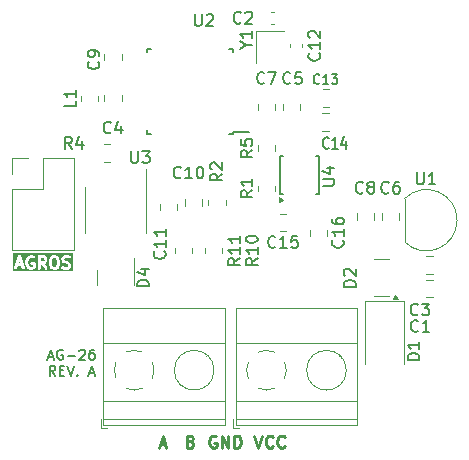
<source format=gbr>
%TF.GenerationSoftware,KiCad,Pcbnew,8.0.1*%
%TF.CreationDate,2024-05-02T10:16:12-03:00*%
%TF.ProjectId,Sdqf,53647166-2e6b-4696-9361-645f70636258,rev?*%
%TF.SameCoordinates,Original*%
%TF.FileFunction,Legend,Top*%
%TF.FilePolarity,Positive*%
%FSLAX46Y46*%
G04 Gerber Fmt 4.6, Leading zero omitted, Abs format (unit mm)*
G04 Created by KiCad (PCBNEW 8.0.1) date 2024-05-02 10:16:12*
%MOMM*%
%LPD*%
G01*
G04 APERTURE LIST*
%ADD10C,0.250000*%
%ADD11C,0.150000*%
%ADD12C,0.120000*%
G04 APERTURE END LIST*
D10*
G36*
X129859167Y-89311934D02*
G01*
X129918051Y-89369066D01*
X129953810Y-89505760D01*
X129955839Y-89807890D01*
X129920429Y-89956377D01*
X129865914Y-90012565D01*
X129813624Y-90039921D01*
X129682151Y-90041391D01*
X129631683Y-90017304D01*
X129572797Y-89960169D01*
X129537039Y-89823476D01*
X129535010Y-89521346D01*
X129570420Y-89372857D01*
X129624933Y-89316673D01*
X129677225Y-89289316D01*
X129808699Y-89287846D01*
X129859167Y-89311934D01*
G37*
G36*
X128859693Y-89312184D02*
G01*
X128879858Y-89331321D01*
X128906529Y-89382302D01*
X128907736Y-89466352D01*
X128883573Y-89516981D01*
X128864436Y-89537147D01*
X128813899Y-89563586D01*
X128699666Y-89564263D01*
X128695096Y-89563457D01*
X128691230Y-89564313D01*
X128583304Y-89564953D01*
X128582657Y-89288890D01*
X128808086Y-89287554D01*
X128859693Y-89312184D01*
G37*
G36*
X126859349Y-89754728D02*
G01*
X126726780Y-89755364D01*
X126792678Y-89556191D01*
X126859349Y-89754728D01*
G37*
G36*
X131281139Y-90414619D02*
G01*
X126210693Y-90414619D01*
X126210693Y-90148985D01*
X126335693Y-90148985D01*
X126339150Y-90197634D01*
X126360962Y-90241259D01*
X126397808Y-90273214D01*
X126444077Y-90288637D01*
X126492726Y-90285180D01*
X126536351Y-90263368D01*
X126568306Y-90226522D01*
X126578296Y-90204147D01*
X126644691Y-90003473D01*
X126942400Y-90002044D01*
X127017782Y-90226522D01*
X127049737Y-90263368D01*
X127093361Y-90285180D01*
X127142011Y-90288637D01*
X127188280Y-90273214D01*
X127225126Y-90241258D01*
X127246938Y-90197634D01*
X127250395Y-90148984D01*
X127244962Y-90125090D01*
X127066344Y-89593190D01*
X127287092Y-89593190D01*
X127289055Y-89729919D01*
X127287240Y-89742123D01*
X127289445Y-89757038D01*
X127289494Y-89760433D01*
X127290198Y-89762134D01*
X127290824Y-89766364D01*
X127338326Y-89947950D01*
X127339150Y-89959539D01*
X127346127Y-89977772D01*
X127346688Y-89979915D01*
X127347224Y-89980639D01*
X127347908Y-89982425D01*
X127397990Y-90078156D01*
X127403396Y-90091207D01*
X127407318Y-90095986D01*
X127408581Y-90098400D01*
X127411072Y-90100560D01*
X127418941Y-90110149D01*
X127502714Y-90191430D01*
X127503819Y-90193640D01*
X127514862Y-90203217D01*
X127533121Y-90220933D01*
X127537272Y-90222652D01*
X127540665Y-90225595D01*
X127563040Y-90235585D01*
X127706836Y-90281334D01*
X127721039Y-90287217D01*
X127727249Y-90287828D01*
X127729790Y-90288637D01*
X127733081Y-90288403D01*
X127745425Y-90289619D01*
X127842644Y-90287666D01*
X127856297Y-90288637D01*
X127862299Y-90287272D01*
X127865049Y-90287217D01*
X127868100Y-90285953D01*
X127880191Y-90283204D01*
X128005260Y-90239598D01*
X128007908Y-90239598D01*
X128021985Y-90233766D01*
X128045423Y-90225595D01*
X128048815Y-90222652D01*
X128052967Y-90220933D01*
X128071909Y-90205387D01*
X128135054Y-90138844D01*
X128135073Y-90138826D01*
X128153737Y-90093766D01*
X128156139Y-90069380D01*
X128153737Y-89711661D01*
X128135073Y-89666601D01*
X128100585Y-89632113D01*
X128055525Y-89613449D01*
X128031139Y-89611047D01*
X127816277Y-89613449D01*
X127771217Y-89632113D01*
X127736729Y-89666601D01*
X127718065Y-89711661D01*
X127718065Y-89760433D01*
X127736729Y-89805493D01*
X127771217Y-89839981D01*
X127816277Y-89858645D01*
X127840663Y-89861047D01*
X127906973Y-89860305D01*
X127907985Y-90010968D01*
X127824904Y-90039935D01*
X127769296Y-90041052D01*
X127671814Y-90010038D01*
X127611765Y-89951775D01*
X127579264Y-89889650D01*
X127536976Y-89727997D01*
X127535355Y-89615139D01*
X127573846Y-89453727D01*
X127607026Y-89384209D01*
X127667375Y-89322009D01*
X127760913Y-89289396D01*
X127856682Y-89288021D01*
X127950504Y-89332799D01*
X127999153Y-89336256D01*
X128045424Y-89320833D01*
X128082269Y-89288877D01*
X128104080Y-89245254D01*
X128107538Y-89196604D01*
X128096877Y-89164619D01*
X128334711Y-89164619D01*
X128337113Y-90189005D01*
X128355777Y-90234065D01*
X128390265Y-90268553D01*
X128435325Y-90287217D01*
X128484097Y-90287217D01*
X128529157Y-90268553D01*
X128563645Y-90234065D01*
X128582309Y-90189005D01*
X128584711Y-90164619D01*
X128583885Y-89812692D01*
X128632317Y-89812405D01*
X128944687Y-90254902D01*
X128985818Y-90281114D01*
X129033849Y-90289590D01*
X129081467Y-90279040D01*
X129121422Y-90251071D01*
X129147634Y-90209941D01*
X129156110Y-90161909D01*
X129145560Y-90114292D01*
X129133543Y-90092936D01*
X128918729Y-89788635D01*
X128992301Y-89750145D01*
X129005347Y-89744742D01*
X129010123Y-89740822D01*
X129012540Y-89739558D01*
X129014703Y-89737063D01*
X129024289Y-89729197D01*
X129072994Y-89677872D01*
X129082269Y-89669829D01*
X129085502Y-89664692D01*
X129087453Y-89662637D01*
X129088716Y-89659586D01*
X129095323Y-89649092D01*
X129133619Y-89568851D01*
X129135073Y-89567398D01*
X129140064Y-89555348D01*
X129151700Y-89530968D01*
X129152018Y-89526487D01*
X129153737Y-89522338D01*
X129156139Y-89497952D01*
X129287092Y-89497952D01*
X129289279Y-89823657D01*
X129287240Y-89837361D01*
X129289472Y-89852460D01*
X129289494Y-89855671D01*
X129290198Y-89857372D01*
X129290824Y-89861602D01*
X129337113Y-90038550D01*
X129337113Y-90046147D01*
X129342506Y-90059168D01*
X129346688Y-90075153D01*
X129352220Y-90082619D01*
X129355777Y-90091207D01*
X129371322Y-90110149D01*
X129468491Y-90204428D01*
X129478310Y-90215749D01*
X129483575Y-90219063D01*
X129485502Y-90220933D01*
X129488552Y-90222196D01*
X129499047Y-90228803D01*
X129579287Y-90267099D01*
X129580741Y-90268553D01*
X129592790Y-90273544D01*
X129617171Y-90285180D01*
X129621651Y-90285498D01*
X129625801Y-90287217D01*
X129650187Y-90289619D01*
X129822203Y-90287695D01*
X129825029Y-90288638D01*
X129841282Y-90287482D01*
X129865049Y-90287217D01*
X129869197Y-90285498D01*
X129873679Y-90285180D01*
X129896565Y-90276422D01*
X129992298Y-90226338D01*
X130005348Y-90220933D01*
X130010125Y-90217011D01*
X130012540Y-90215749D01*
X130014701Y-90213257D01*
X130024290Y-90205388D01*
X130109145Y-90117930D01*
X130115127Y-90114341D01*
X130123202Y-90103441D01*
X130135073Y-90091207D01*
X130138630Y-90082618D01*
X130144162Y-90075153D01*
X130152407Y-90052078D01*
X130196377Y-89867689D01*
X130201356Y-89855671D01*
X130202842Y-89840581D01*
X130203610Y-89837362D01*
X130203338Y-89835539D01*
X130203758Y-89831285D01*
X130201570Y-89505579D01*
X130203610Y-89491875D01*
X130201377Y-89476776D01*
X130201356Y-89473566D01*
X130200651Y-89471864D01*
X130200026Y-89467635D01*
X130170586Y-89355095D01*
X130334711Y-89355095D01*
X130336274Y-89432952D01*
X130335692Y-89434699D01*
X130336552Y-89446805D01*
X130337113Y-89474719D01*
X130338831Y-89478867D01*
X130339150Y-89483349D01*
X130347908Y-89506235D01*
X130397993Y-89601971D01*
X130403397Y-89615017D01*
X130407316Y-89619793D01*
X130408581Y-89622210D01*
X130411075Y-89624373D01*
X130418942Y-89633959D01*
X130470266Y-89682664D01*
X130478310Y-89691939D01*
X130483446Y-89695172D01*
X130485502Y-89697123D01*
X130488552Y-89698386D01*
X130499047Y-89704993D01*
X130588500Y-89747686D01*
X130596795Y-89753832D01*
X130615025Y-89760345D01*
X130617171Y-89761370D01*
X130618070Y-89761433D01*
X130619870Y-89762077D01*
X130789649Y-89802563D01*
X130859693Y-89835993D01*
X130879858Y-89855130D01*
X130906691Y-89906420D01*
X130907429Y-89943185D01*
X130883572Y-89993173D01*
X130864436Y-90013338D01*
X130813731Y-90039865D01*
X130628050Y-90041564D01*
X130475345Y-89992982D01*
X130426696Y-89996439D01*
X130383071Y-90018251D01*
X130351116Y-90055097D01*
X130335693Y-90101366D01*
X130339150Y-90150015D01*
X130360962Y-90193640D01*
X130397808Y-90225595D01*
X130420183Y-90235585D01*
X130563979Y-90281334D01*
X130578182Y-90287217D01*
X130584392Y-90287828D01*
X130586933Y-90288637D01*
X130590224Y-90288403D01*
X130602568Y-90289619D01*
X130821949Y-90287611D01*
X130825029Y-90288638D01*
X130842061Y-90287427D01*
X130865049Y-90287217D01*
X130869197Y-90285498D01*
X130873679Y-90285180D01*
X130896565Y-90276422D01*
X130992297Y-90226338D01*
X131005348Y-90220933D01*
X131010125Y-90217012D01*
X131012540Y-90215749D01*
X131014702Y-90213255D01*
X131024290Y-90205387D01*
X131072991Y-90154065D01*
X131082269Y-90146019D01*
X131085504Y-90140879D01*
X131087454Y-90138825D01*
X131088716Y-90135776D01*
X131095323Y-90125282D01*
X131133619Y-90045041D01*
X131135073Y-90043588D01*
X131140064Y-90031538D01*
X131151700Y-90007158D01*
X131152018Y-90002677D01*
X131153737Y-89998528D01*
X131156139Y-89974142D01*
X131154575Y-89896281D01*
X131155157Y-89894537D01*
X131154297Y-89882445D01*
X131153737Y-89854518D01*
X131152018Y-89850368D01*
X131151700Y-89845888D01*
X131142942Y-89823002D01*
X131092858Y-89727268D01*
X131087453Y-89714219D01*
X131083531Y-89709441D01*
X131082269Y-89707027D01*
X131079777Y-89704865D01*
X131071908Y-89695277D01*
X131020586Y-89646575D01*
X131012540Y-89637298D01*
X131007400Y-89634062D01*
X131005347Y-89632114D01*
X131002300Y-89630852D01*
X130991802Y-89624243D01*
X130902349Y-89581550D01*
X130894055Y-89575405D01*
X130875824Y-89568891D01*
X130873679Y-89567867D01*
X130872779Y-89567803D01*
X130870980Y-89567160D01*
X130701203Y-89526673D01*
X130631157Y-89493243D01*
X130610991Y-89474106D01*
X130584158Y-89422816D01*
X130583420Y-89386050D01*
X130607276Y-89336064D01*
X130626413Y-89315899D01*
X130677118Y-89289372D01*
X130862801Y-89287673D01*
X131015504Y-89336256D01*
X131064154Y-89332799D01*
X131107778Y-89310987D01*
X131139734Y-89274141D01*
X131155157Y-89227872D01*
X131151700Y-89179222D01*
X131129888Y-89135598D01*
X131093042Y-89103643D01*
X131070667Y-89093652D01*
X130926871Y-89047904D01*
X130912668Y-89042021D01*
X130906456Y-89041409D01*
X130903916Y-89040601D01*
X130900625Y-89040834D01*
X130888282Y-89039619D01*
X130668897Y-89041626D01*
X130665820Y-89040601D01*
X130648798Y-89041810D01*
X130625801Y-89042021D01*
X130621651Y-89043739D01*
X130617171Y-89044058D01*
X130594285Y-89052816D01*
X130498551Y-89102899D01*
X130485502Y-89108305D01*
X130480724Y-89112226D01*
X130478310Y-89113489D01*
X130476148Y-89115980D01*
X130466560Y-89123850D01*
X130417858Y-89175171D01*
X130408581Y-89183218D01*
X130405345Y-89188357D01*
X130403397Y-89190411D01*
X130402135Y-89193457D01*
X130395526Y-89203956D01*
X130357230Y-89284195D01*
X130355777Y-89285649D01*
X130350786Y-89297697D01*
X130339150Y-89322079D01*
X130338831Y-89326560D01*
X130337113Y-89330709D01*
X130334711Y-89355095D01*
X130170586Y-89355095D01*
X130153737Y-89290686D01*
X130153737Y-89283089D01*
X130148343Y-89270068D01*
X130144162Y-89254084D01*
X130138628Y-89246615D01*
X130135072Y-89238030D01*
X130119527Y-89219088D01*
X130022362Y-89124814D01*
X130012540Y-89113489D01*
X130007271Y-89110172D01*
X130005347Y-89108305D01*
X130002300Y-89107043D01*
X129991802Y-89100434D01*
X129911562Y-89062138D01*
X129910109Y-89060685D01*
X129898060Y-89055694D01*
X129873679Y-89044058D01*
X129869197Y-89043739D01*
X129865049Y-89042021D01*
X129840663Y-89039619D01*
X129668643Y-89041542D01*
X129665820Y-89040601D01*
X129649577Y-89041755D01*
X129625801Y-89042021D01*
X129621651Y-89043739D01*
X129617171Y-89044058D01*
X129594285Y-89052816D01*
X129498548Y-89102901D01*
X129485503Y-89108305D01*
X129480726Y-89112224D01*
X129478310Y-89113489D01*
X129476146Y-89115983D01*
X129466561Y-89123850D01*
X129381707Y-89211305D01*
X129375723Y-89214896D01*
X129367643Y-89225800D01*
X129355778Y-89238030D01*
X129352221Y-89246615D01*
X129346688Y-89254084D01*
X129338443Y-89277159D01*
X129294472Y-89461546D01*
X129289494Y-89473566D01*
X129288007Y-89488657D01*
X129287240Y-89491876D01*
X129287511Y-89493697D01*
X129287092Y-89497952D01*
X129156139Y-89497952D01*
X129154346Y-89373159D01*
X129155157Y-89370728D01*
X129154097Y-89355820D01*
X129153737Y-89330709D01*
X129152018Y-89326559D01*
X129151700Y-89322079D01*
X129142942Y-89299193D01*
X129092858Y-89203459D01*
X129087453Y-89190410D01*
X129083531Y-89185632D01*
X129082269Y-89183218D01*
X129079777Y-89181056D01*
X129071908Y-89171468D01*
X129020586Y-89122766D01*
X129012540Y-89113489D01*
X129007400Y-89110253D01*
X129005347Y-89108305D01*
X129002300Y-89107043D01*
X128991802Y-89100434D01*
X128911562Y-89062138D01*
X128910109Y-89060685D01*
X128898060Y-89055694D01*
X128873679Y-89044058D01*
X128869197Y-89043739D01*
X128865049Y-89042021D01*
X128840663Y-89039619D01*
X128435325Y-89042021D01*
X128390265Y-89060685D01*
X128355777Y-89095173D01*
X128337113Y-89140233D01*
X128334711Y-89164619D01*
X128096877Y-89164619D01*
X128092115Y-89150334D01*
X128060159Y-89113489D01*
X128039421Y-89100434D01*
X127959181Y-89062138D01*
X127957728Y-89060685D01*
X127945679Y-89055694D01*
X127921298Y-89044058D01*
X127916816Y-89043739D01*
X127912668Y-89042021D01*
X127888282Y-89039619D01*
X127744942Y-89041677D01*
X127729790Y-89040601D01*
X127723713Y-89041982D01*
X127721039Y-89042021D01*
X127717989Y-89043284D01*
X127705896Y-89046034D01*
X127580828Y-89089640D01*
X127578181Y-89089640D01*
X127564109Y-89095468D01*
X127540665Y-89103643D01*
X127537271Y-89106586D01*
X127533122Y-89108305D01*
X127514180Y-89123850D01*
X127419906Y-89221014D01*
X127408581Y-89230837D01*
X127405264Y-89236105D01*
X127403397Y-89238030D01*
X127402135Y-89241076D01*
X127395526Y-89251575D01*
X127352833Y-89341027D01*
X127346688Y-89349322D01*
X127340174Y-89367552D01*
X127339150Y-89369698D01*
X127339086Y-89370597D01*
X127338443Y-89372397D01*
X127294472Y-89556784D01*
X127289494Y-89568804D01*
X127288007Y-89583895D01*
X127287240Y-89587114D01*
X127287511Y-89588935D01*
X127287092Y-89593190D01*
X127066344Y-89593190D01*
X126914212Y-89140159D01*
X126913605Y-89131604D01*
X126906707Y-89117808D01*
X126901639Y-89102716D01*
X126895787Y-89095968D01*
X126891793Y-89087980D01*
X126879955Y-89077713D01*
X126869684Y-89065870D01*
X126861692Y-89061874D01*
X126854947Y-89056024D01*
X126840079Y-89051068D01*
X126826059Y-89044058D01*
X126817149Y-89043424D01*
X126808678Y-89040601D01*
X126793043Y-89041711D01*
X126777410Y-89040601D01*
X126768938Y-89043424D01*
X126760028Y-89044058D01*
X126746006Y-89051069D01*
X126731141Y-89056024D01*
X126724395Y-89061874D01*
X126716404Y-89065870D01*
X126706135Y-89077710D01*
X126694295Y-89087979D01*
X126690299Y-89095969D01*
X126684449Y-89102716D01*
X126674458Y-89125091D01*
X126436173Y-89845288D01*
X126432351Y-89854518D01*
X126432351Y-89856842D01*
X126335693Y-90148985D01*
X126210693Y-90148985D01*
X126210693Y-88914619D01*
X131281139Y-88914619D01*
X131281139Y-90414619D01*
G37*
D11*
X129236904Y-97658344D02*
X129641666Y-97658344D01*
X129155952Y-97901201D02*
X129439285Y-97051201D01*
X129439285Y-97051201D02*
X129722619Y-97901201D01*
X130451190Y-97091677D02*
X130370237Y-97051201D01*
X130370237Y-97051201D02*
X130248809Y-97051201D01*
X130248809Y-97051201D02*
X130127380Y-97091677D01*
X130127380Y-97091677D02*
X130046428Y-97172629D01*
X130046428Y-97172629D02*
X130005951Y-97253582D01*
X130005951Y-97253582D02*
X129965475Y-97415486D01*
X129965475Y-97415486D02*
X129965475Y-97536915D01*
X129965475Y-97536915D02*
X130005951Y-97698820D01*
X130005951Y-97698820D02*
X130046428Y-97779772D01*
X130046428Y-97779772D02*
X130127380Y-97860725D01*
X130127380Y-97860725D02*
X130248809Y-97901201D01*
X130248809Y-97901201D02*
X130329761Y-97901201D01*
X130329761Y-97901201D02*
X130451190Y-97860725D01*
X130451190Y-97860725D02*
X130491666Y-97820248D01*
X130491666Y-97820248D02*
X130491666Y-97536915D01*
X130491666Y-97536915D02*
X130329761Y-97536915D01*
X130855951Y-97577391D02*
X131503571Y-97577391D01*
X131867856Y-97132153D02*
X131908332Y-97091677D01*
X131908332Y-97091677D02*
X131989285Y-97051201D01*
X131989285Y-97051201D02*
X132191666Y-97051201D01*
X132191666Y-97051201D02*
X132272618Y-97091677D01*
X132272618Y-97091677D02*
X132313094Y-97132153D01*
X132313094Y-97132153D02*
X132353571Y-97213105D01*
X132353571Y-97213105D02*
X132353571Y-97294058D01*
X132353571Y-97294058D02*
X132313094Y-97415486D01*
X132313094Y-97415486D02*
X131827380Y-97901201D01*
X131827380Y-97901201D02*
X132353571Y-97901201D01*
X133082142Y-97051201D02*
X132920237Y-97051201D01*
X132920237Y-97051201D02*
X132839285Y-97091677D01*
X132839285Y-97091677D02*
X132798809Y-97132153D01*
X132798809Y-97132153D02*
X132717856Y-97253582D01*
X132717856Y-97253582D02*
X132677380Y-97415486D01*
X132677380Y-97415486D02*
X132677380Y-97739296D01*
X132677380Y-97739296D02*
X132717856Y-97820248D01*
X132717856Y-97820248D02*
X132758333Y-97860725D01*
X132758333Y-97860725D02*
X132839285Y-97901201D01*
X132839285Y-97901201D02*
X133001190Y-97901201D01*
X133001190Y-97901201D02*
X133082142Y-97860725D01*
X133082142Y-97860725D02*
X133122618Y-97820248D01*
X133122618Y-97820248D02*
X133163095Y-97739296D01*
X133163095Y-97739296D02*
X133163095Y-97536915D01*
X133163095Y-97536915D02*
X133122618Y-97455963D01*
X133122618Y-97455963D02*
X133082142Y-97415486D01*
X133082142Y-97415486D02*
X133001190Y-97375010D01*
X133001190Y-97375010D02*
X132839285Y-97375010D01*
X132839285Y-97375010D02*
X132758333Y-97415486D01*
X132758333Y-97415486D02*
X132717856Y-97455963D01*
X132717856Y-97455963D02*
X132677380Y-97536915D01*
X129823810Y-99269653D02*
X129540476Y-98864891D01*
X129338095Y-99269653D02*
X129338095Y-98419653D01*
X129338095Y-98419653D02*
X129661905Y-98419653D01*
X129661905Y-98419653D02*
X129742857Y-98460129D01*
X129742857Y-98460129D02*
X129783334Y-98500605D01*
X129783334Y-98500605D02*
X129823810Y-98581557D01*
X129823810Y-98581557D02*
X129823810Y-98702986D01*
X129823810Y-98702986D02*
X129783334Y-98783938D01*
X129783334Y-98783938D02*
X129742857Y-98824415D01*
X129742857Y-98824415D02*
X129661905Y-98864891D01*
X129661905Y-98864891D02*
X129338095Y-98864891D01*
X130188095Y-98824415D02*
X130471429Y-98824415D01*
X130592857Y-99269653D02*
X130188095Y-99269653D01*
X130188095Y-99269653D02*
X130188095Y-98419653D01*
X130188095Y-98419653D02*
X130592857Y-98419653D01*
X130835715Y-98419653D02*
X131119048Y-99269653D01*
X131119048Y-99269653D02*
X131402382Y-98419653D01*
X131685714Y-99188700D02*
X131726191Y-99229177D01*
X131726191Y-99229177D02*
X131685714Y-99269653D01*
X131685714Y-99269653D02*
X131645238Y-99229177D01*
X131645238Y-99229177D02*
X131685714Y-99188700D01*
X131685714Y-99188700D02*
X131685714Y-99269653D01*
X132697619Y-99026796D02*
X133102381Y-99026796D01*
X132616667Y-99269653D02*
X132900000Y-98419653D01*
X132900000Y-98419653D02*
X133183334Y-99269653D01*
D10*
X143438095Y-104397238D02*
X143342857Y-104349619D01*
X143342857Y-104349619D02*
X143200000Y-104349619D01*
X143200000Y-104349619D02*
X143057143Y-104397238D01*
X143057143Y-104397238D02*
X142961905Y-104492476D01*
X142961905Y-104492476D02*
X142914286Y-104587714D01*
X142914286Y-104587714D02*
X142866667Y-104778190D01*
X142866667Y-104778190D02*
X142866667Y-104921047D01*
X142866667Y-104921047D02*
X142914286Y-105111523D01*
X142914286Y-105111523D02*
X142961905Y-105206761D01*
X142961905Y-105206761D02*
X143057143Y-105302000D01*
X143057143Y-105302000D02*
X143200000Y-105349619D01*
X143200000Y-105349619D02*
X143295238Y-105349619D01*
X143295238Y-105349619D02*
X143438095Y-105302000D01*
X143438095Y-105302000D02*
X143485714Y-105254380D01*
X143485714Y-105254380D02*
X143485714Y-104921047D01*
X143485714Y-104921047D02*
X143295238Y-104921047D01*
X143914286Y-105349619D02*
X143914286Y-104349619D01*
X143914286Y-104349619D02*
X144485714Y-105349619D01*
X144485714Y-105349619D02*
X144485714Y-104349619D01*
X144961905Y-105349619D02*
X144961905Y-104349619D01*
X144961905Y-104349619D02*
X145200000Y-104349619D01*
X145200000Y-104349619D02*
X145342857Y-104397238D01*
X145342857Y-104397238D02*
X145438095Y-104492476D01*
X145438095Y-104492476D02*
X145485714Y-104587714D01*
X145485714Y-104587714D02*
X145533333Y-104778190D01*
X145533333Y-104778190D02*
X145533333Y-104921047D01*
X145533333Y-104921047D02*
X145485714Y-105111523D01*
X145485714Y-105111523D02*
X145438095Y-105206761D01*
X145438095Y-105206761D02*
X145342857Y-105302000D01*
X145342857Y-105302000D02*
X145200000Y-105349619D01*
X145200000Y-105349619D02*
X144961905Y-105349619D01*
X146666667Y-104349619D02*
X147000000Y-105349619D01*
X147000000Y-105349619D02*
X147333333Y-104349619D01*
X148238095Y-105254380D02*
X148190476Y-105302000D01*
X148190476Y-105302000D02*
X148047619Y-105349619D01*
X148047619Y-105349619D02*
X147952381Y-105349619D01*
X147952381Y-105349619D02*
X147809524Y-105302000D01*
X147809524Y-105302000D02*
X147714286Y-105206761D01*
X147714286Y-105206761D02*
X147666667Y-105111523D01*
X147666667Y-105111523D02*
X147619048Y-104921047D01*
X147619048Y-104921047D02*
X147619048Y-104778190D01*
X147619048Y-104778190D02*
X147666667Y-104587714D01*
X147666667Y-104587714D02*
X147714286Y-104492476D01*
X147714286Y-104492476D02*
X147809524Y-104397238D01*
X147809524Y-104397238D02*
X147952381Y-104349619D01*
X147952381Y-104349619D02*
X148047619Y-104349619D01*
X148047619Y-104349619D02*
X148190476Y-104397238D01*
X148190476Y-104397238D02*
X148238095Y-104444857D01*
X149238095Y-105254380D02*
X149190476Y-105302000D01*
X149190476Y-105302000D02*
X149047619Y-105349619D01*
X149047619Y-105349619D02*
X148952381Y-105349619D01*
X148952381Y-105349619D02*
X148809524Y-105302000D01*
X148809524Y-105302000D02*
X148714286Y-105206761D01*
X148714286Y-105206761D02*
X148666667Y-105111523D01*
X148666667Y-105111523D02*
X148619048Y-104921047D01*
X148619048Y-104921047D02*
X148619048Y-104778190D01*
X148619048Y-104778190D02*
X148666667Y-104587714D01*
X148666667Y-104587714D02*
X148714286Y-104492476D01*
X148714286Y-104492476D02*
X148809524Y-104397238D01*
X148809524Y-104397238D02*
X148952381Y-104349619D01*
X148952381Y-104349619D02*
X149047619Y-104349619D01*
X149047619Y-104349619D02*
X149190476Y-104397238D01*
X149190476Y-104397238D02*
X149238095Y-104444857D01*
X141271428Y-104825809D02*
X141414285Y-104873428D01*
X141414285Y-104873428D02*
X141461904Y-104921047D01*
X141461904Y-104921047D02*
X141509523Y-105016285D01*
X141509523Y-105016285D02*
X141509523Y-105159142D01*
X141509523Y-105159142D02*
X141461904Y-105254380D01*
X141461904Y-105254380D02*
X141414285Y-105302000D01*
X141414285Y-105302000D02*
X141319047Y-105349619D01*
X141319047Y-105349619D02*
X140938095Y-105349619D01*
X140938095Y-105349619D02*
X140938095Y-104349619D01*
X140938095Y-104349619D02*
X141271428Y-104349619D01*
X141271428Y-104349619D02*
X141366666Y-104397238D01*
X141366666Y-104397238D02*
X141414285Y-104444857D01*
X141414285Y-104444857D02*
X141461904Y-104540095D01*
X141461904Y-104540095D02*
X141461904Y-104635333D01*
X141461904Y-104635333D02*
X141414285Y-104730571D01*
X141414285Y-104730571D02*
X141366666Y-104778190D01*
X141366666Y-104778190D02*
X141271428Y-104825809D01*
X141271428Y-104825809D02*
X140938095Y-104825809D01*
X138661905Y-105063904D02*
X139138095Y-105063904D01*
X138566667Y-105349619D02*
X138900000Y-104349619D01*
X138900000Y-104349619D02*
X139233333Y-105349619D01*
D11*
X160438095Y-82054819D02*
X160438095Y-82864342D01*
X160438095Y-82864342D02*
X160485714Y-82959580D01*
X160485714Y-82959580D02*
X160533333Y-83007200D01*
X160533333Y-83007200D02*
X160628571Y-83054819D01*
X160628571Y-83054819D02*
X160819047Y-83054819D01*
X160819047Y-83054819D02*
X160914285Y-83007200D01*
X160914285Y-83007200D02*
X160961904Y-82959580D01*
X160961904Y-82959580D02*
X161009523Y-82864342D01*
X161009523Y-82864342D02*
X161009523Y-82054819D01*
X162009523Y-83054819D02*
X161438095Y-83054819D01*
X161723809Y-83054819D02*
X161723809Y-82054819D01*
X161723809Y-82054819D02*
X161628571Y-82197676D01*
X161628571Y-82197676D02*
X161533333Y-82292914D01*
X161533333Y-82292914D02*
X161438095Y-82340533D01*
X145978628Y-71276190D02*
X146454819Y-71276190D01*
X145454819Y-71609523D02*
X145978628Y-71276190D01*
X145978628Y-71276190D02*
X145454819Y-70942857D01*
X146454819Y-70085714D02*
X146454819Y-70657142D01*
X146454819Y-70371428D02*
X145454819Y-70371428D01*
X145454819Y-70371428D02*
X145597676Y-70466666D01*
X145597676Y-70466666D02*
X145692914Y-70561904D01*
X145692914Y-70561904D02*
X145740533Y-70657142D01*
X152159580Y-71967857D02*
X152207200Y-72015476D01*
X152207200Y-72015476D02*
X152254819Y-72158333D01*
X152254819Y-72158333D02*
X152254819Y-72253571D01*
X152254819Y-72253571D02*
X152207200Y-72396428D01*
X152207200Y-72396428D02*
X152111961Y-72491666D01*
X152111961Y-72491666D02*
X152016723Y-72539285D01*
X152016723Y-72539285D02*
X151826247Y-72586904D01*
X151826247Y-72586904D02*
X151683390Y-72586904D01*
X151683390Y-72586904D02*
X151492914Y-72539285D01*
X151492914Y-72539285D02*
X151397676Y-72491666D01*
X151397676Y-72491666D02*
X151302438Y-72396428D01*
X151302438Y-72396428D02*
X151254819Y-72253571D01*
X151254819Y-72253571D02*
X151254819Y-72158333D01*
X151254819Y-72158333D02*
X151302438Y-72015476D01*
X151302438Y-72015476D02*
X151350057Y-71967857D01*
X152254819Y-71015476D02*
X152254819Y-71586904D01*
X152254819Y-71301190D02*
X151254819Y-71301190D01*
X151254819Y-71301190D02*
X151397676Y-71396428D01*
X151397676Y-71396428D02*
X151492914Y-71491666D01*
X151492914Y-71491666D02*
X151540533Y-71586904D01*
X151350057Y-70634523D02*
X151302438Y-70586904D01*
X151302438Y-70586904D02*
X151254819Y-70491666D01*
X151254819Y-70491666D02*
X151254819Y-70253571D01*
X151254819Y-70253571D02*
X151302438Y-70158333D01*
X151302438Y-70158333D02*
X151350057Y-70110714D01*
X151350057Y-70110714D02*
X151445295Y-70063095D01*
X151445295Y-70063095D02*
X151540533Y-70063095D01*
X151540533Y-70063095D02*
X151683390Y-70110714D01*
X151683390Y-70110714D02*
X152254819Y-70682142D01*
X152254819Y-70682142D02*
X152254819Y-70063095D01*
X145533333Y-69359580D02*
X145485714Y-69407200D01*
X145485714Y-69407200D02*
X145342857Y-69454819D01*
X145342857Y-69454819D02*
X145247619Y-69454819D01*
X145247619Y-69454819D02*
X145104762Y-69407200D01*
X145104762Y-69407200D02*
X145009524Y-69311961D01*
X145009524Y-69311961D02*
X144961905Y-69216723D01*
X144961905Y-69216723D02*
X144914286Y-69026247D01*
X144914286Y-69026247D02*
X144914286Y-68883390D01*
X144914286Y-68883390D02*
X144961905Y-68692914D01*
X144961905Y-68692914D02*
X145009524Y-68597676D01*
X145009524Y-68597676D02*
X145104762Y-68502438D01*
X145104762Y-68502438D02*
X145247619Y-68454819D01*
X145247619Y-68454819D02*
X145342857Y-68454819D01*
X145342857Y-68454819D02*
X145485714Y-68502438D01*
X145485714Y-68502438D02*
X145533333Y-68550057D01*
X145914286Y-68550057D02*
X145961905Y-68502438D01*
X145961905Y-68502438D02*
X146057143Y-68454819D01*
X146057143Y-68454819D02*
X146295238Y-68454819D01*
X146295238Y-68454819D02*
X146390476Y-68502438D01*
X146390476Y-68502438D02*
X146438095Y-68550057D01*
X146438095Y-68550057D02*
X146485714Y-68645295D01*
X146485714Y-68645295D02*
X146485714Y-68740533D01*
X146485714Y-68740533D02*
X146438095Y-68883390D01*
X146438095Y-68883390D02*
X145866667Y-69454819D01*
X145866667Y-69454819D02*
X146485714Y-69454819D01*
X147533333Y-74459580D02*
X147485714Y-74507200D01*
X147485714Y-74507200D02*
X147342857Y-74554819D01*
X147342857Y-74554819D02*
X147247619Y-74554819D01*
X147247619Y-74554819D02*
X147104762Y-74507200D01*
X147104762Y-74507200D02*
X147009524Y-74411961D01*
X147009524Y-74411961D02*
X146961905Y-74316723D01*
X146961905Y-74316723D02*
X146914286Y-74126247D01*
X146914286Y-74126247D02*
X146914286Y-73983390D01*
X146914286Y-73983390D02*
X146961905Y-73792914D01*
X146961905Y-73792914D02*
X147009524Y-73697676D01*
X147009524Y-73697676D02*
X147104762Y-73602438D01*
X147104762Y-73602438D02*
X147247619Y-73554819D01*
X147247619Y-73554819D02*
X147342857Y-73554819D01*
X147342857Y-73554819D02*
X147485714Y-73602438D01*
X147485714Y-73602438D02*
X147533333Y-73650057D01*
X147866667Y-73554819D02*
X148533333Y-73554819D01*
X148533333Y-73554819D02*
X148104762Y-74554819D01*
X158043333Y-83744580D02*
X157995714Y-83792200D01*
X157995714Y-83792200D02*
X157852857Y-83839819D01*
X157852857Y-83839819D02*
X157757619Y-83839819D01*
X157757619Y-83839819D02*
X157614762Y-83792200D01*
X157614762Y-83792200D02*
X157519524Y-83696961D01*
X157519524Y-83696961D02*
X157471905Y-83601723D01*
X157471905Y-83601723D02*
X157424286Y-83411247D01*
X157424286Y-83411247D02*
X157424286Y-83268390D01*
X157424286Y-83268390D02*
X157471905Y-83077914D01*
X157471905Y-83077914D02*
X157519524Y-82982676D01*
X157519524Y-82982676D02*
X157614762Y-82887438D01*
X157614762Y-82887438D02*
X157757619Y-82839819D01*
X157757619Y-82839819D02*
X157852857Y-82839819D01*
X157852857Y-82839819D02*
X157995714Y-82887438D01*
X157995714Y-82887438D02*
X158043333Y-82935057D01*
X158900476Y-82839819D02*
X158710000Y-82839819D01*
X158710000Y-82839819D02*
X158614762Y-82887438D01*
X158614762Y-82887438D02*
X158567143Y-82935057D01*
X158567143Y-82935057D02*
X158471905Y-83077914D01*
X158471905Y-83077914D02*
X158424286Y-83268390D01*
X158424286Y-83268390D02*
X158424286Y-83649342D01*
X158424286Y-83649342D02*
X158471905Y-83744580D01*
X158471905Y-83744580D02*
X158519524Y-83792200D01*
X158519524Y-83792200D02*
X158614762Y-83839819D01*
X158614762Y-83839819D02*
X158805238Y-83839819D01*
X158805238Y-83839819D02*
X158900476Y-83792200D01*
X158900476Y-83792200D02*
X158948095Y-83744580D01*
X158948095Y-83744580D02*
X158995714Y-83649342D01*
X158995714Y-83649342D02*
X158995714Y-83411247D01*
X158995714Y-83411247D02*
X158948095Y-83316009D01*
X158948095Y-83316009D02*
X158900476Y-83268390D01*
X158900476Y-83268390D02*
X158805238Y-83220771D01*
X158805238Y-83220771D02*
X158614762Y-83220771D01*
X158614762Y-83220771D02*
X158519524Y-83268390D01*
X158519524Y-83268390D02*
X158471905Y-83316009D01*
X158471905Y-83316009D02*
X158424286Y-83411247D01*
X155254819Y-91738094D02*
X154254819Y-91738094D01*
X154254819Y-91738094D02*
X154254819Y-91499999D01*
X154254819Y-91499999D02*
X154302438Y-91357142D01*
X154302438Y-91357142D02*
X154397676Y-91261904D01*
X154397676Y-91261904D02*
X154492914Y-91214285D01*
X154492914Y-91214285D02*
X154683390Y-91166666D01*
X154683390Y-91166666D02*
X154826247Y-91166666D01*
X154826247Y-91166666D02*
X155016723Y-91214285D01*
X155016723Y-91214285D02*
X155111961Y-91261904D01*
X155111961Y-91261904D02*
X155207200Y-91357142D01*
X155207200Y-91357142D02*
X155254819Y-91499999D01*
X155254819Y-91499999D02*
X155254819Y-91738094D01*
X154350057Y-90785713D02*
X154302438Y-90738094D01*
X154302438Y-90738094D02*
X154254819Y-90642856D01*
X154254819Y-90642856D02*
X154254819Y-90404761D01*
X154254819Y-90404761D02*
X154302438Y-90309523D01*
X154302438Y-90309523D02*
X154350057Y-90261904D01*
X154350057Y-90261904D02*
X154445295Y-90214285D01*
X154445295Y-90214285D02*
X154540533Y-90214285D01*
X154540533Y-90214285D02*
X154683390Y-90261904D01*
X154683390Y-90261904D02*
X155254819Y-90833332D01*
X155254819Y-90833332D02*
X155254819Y-90214285D01*
X136238095Y-80254819D02*
X136238095Y-81064342D01*
X136238095Y-81064342D02*
X136285714Y-81159580D01*
X136285714Y-81159580D02*
X136333333Y-81207200D01*
X136333333Y-81207200D02*
X136428571Y-81254819D01*
X136428571Y-81254819D02*
X136619047Y-81254819D01*
X136619047Y-81254819D02*
X136714285Y-81207200D01*
X136714285Y-81207200D02*
X136761904Y-81159580D01*
X136761904Y-81159580D02*
X136809523Y-81064342D01*
X136809523Y-81064342D02*
X136809523Y-80254819D01*
X137190476Y-80254819D02*
X137809523Y-80254819D01*
X137809523Y-80254819D02*
X137476190Y-80635771D01*
X137476190Y-80635771D02*
X137619047Y-80635771D01*
X137619047Y-80635771D02*
X137714285Y-80683390D01*
X137714285Y-80683390D02*
X137761904Y-80731009D01*
X137761904Y-80731009D02*
X137809523Y-80826247D01*
X137809523Y-80826247D02*
X137809523Y-81064342D01*
X137809523Y-81064342D02*
X137761904Y-81159580D01*
X137761904Y-81159580D02*
X137714285Y-81207200D01*
X137714285Y-81207200D02*
X137619047Y-81254819D01*
X137619047Y-81254819D02*
X137333333Y-81254819D01*
X137333333Y-81254819D02*
X137238095Y-81207200D01*
X137238095Y-81207200D02*
X137190476Y-81159580D01*
X141638095Y-68654819D02*
X141638095Y-69464342D01*
X141638095Y-69464342D02*
X141685714Y-69559580D01*
X141685714Y-69559580D02*
X141733333Y-69607200D01*
X141733333Y-69607200D02*
X141828571Y-69654819D01*
X141828571Y-69654819D02*
X142019047Y-69654819D01*
X142019047Y-69654819D02*
X142114285Y-69607200D01*
X142114285Y-69607200D02*
X142161904Y-69559580D01*
X142161904Y-69559580D02*
X142209523Y-69464342D01*
X142209523Y-69464342D02*
X142209523Y-68654819D01*
X142638095Y-68750057D02*
X142685714Y-68702438D01*
X142685714Y-68702438D02*
X142780952Y-68654819D01*
X142780952Y-68654819D02*
X143019047Y-68654819D01*
X143019047Y-68654819D02*
X143114285Y-68702438D01*
X143114285Y-68702438D02*
X143161904Y-68750057D01*
X143161904Y-68750057D02*
X143209523Y-68845295D01*
X143209523Y-68845295D02*
X143209523Y-68940533D01*
X143209523Y-68940533D02*
X143161904Y-69083390D01*
X143161904Y-69083390D02*
X142590476Y-69654819D01*
X142590476Y-69654819D02*
X143209523Y-69654819D01*
X160654819Y-97938094D02*
X159654819Y-97938094D01*
X159654819Y-97938094D02*
X159654819Y-97699999D01*
X159654819Y-97699999D02*
X159702438Y-97557142D01*
X159702438Y-97557142D02*
X159797676Y-97461904D01*
X159797676Y-97461904D02*
X159892914Y-97414285D01*
X159892914Y-97414285D02*
X160083390Y-97366666D01*
X160083390Y-97366666D02*
X160226247Y-97366666D01*
X160226247Y-97366666D02*
X160416723Y-97414285D01*
X160416723Y-97414285D02*
X160511961Y-97461904D01*
X160511961Y-97461904D02*
X160607200Y-97557142D01*
X160607200Y-97557142D02*
X160654819Y-97699999D01*
X160654819Y-97699999D02*
X160654819Y-97938094D01*
X160654819Y-96414285D02*
X160654819Y-96985713D01*
X160654819Y-96699999D02*
X159654819Y-96699999D01*
X159654819Y-96699999D02*
X159797676Y-96795237D01*
X159797676Y-96795237D02*
X159892914Y-96890475D01*
X159892914Y-96890475D02*
X159940533Y-96985713D01*
X134533333Y-78659580D02*
X134485714Y-78707200D01*
X134485714Y-78707200D02*
X134342857Y-78754819D01*
X134342857Y-78754819D02*
X134247619Y-78754819D01*
X134247619Y-78754819D02*
X134104762Y-78707200D01*
X134104762Y-78707200D02*
X134009524Y-78611961D01*
X134009524Y-78611961D02*
X133961905Y-78516723D01*
X133961905Y-78516723D02*
X133914286Y-78326247D01*
X133914286Y-78326247D02*
X133914286Y-78183390D01*
X133914286Y-78183390D02*
X133961905Y-77992914D01*
X133961905Y-77992914D02*
X134009524Y-77897676D01*
X134009524Y-77897676D02*
X134104762Y-77802438D01*
X134104762Y-77802438D02*
X134247619Y-77754819D01*
X134247619Y-77754819D02*
X134342857Y-77754819D01*
X134342857Y-77754819D02*
X134485714Y-77802438D01*
X134485714Y-77802438D02*
X134533333Y-77850057D01*
X135390476Y-78088152D02*
X135390476Y-78754819D01*
X135152381Y-77707200D02*
X134914286Y-78421485D01*
X134914286Y-78421485D02*
X135533333Y-78421485D01*
X146504819Y-83566666D02*
X146028628Y-83899999D01*
X146504819Y-84138094D02*
X145504819Y-84138094D01*
X145504819Y-84138094D02*
X145504819Y-83757142D01*
X145504819Y-83757142D02*
X145552438Y-83661904D01*
X145552438Y-83661904D02*
X145600057Y-83614285D01*
X145600057Y-83614285D02*
X145695295Y-83566666D01*
X145695295Y-83566666D02*
X145838152Y-83566666D01*
X145838152Y-83566666D02*
X145933390Y-83614285D01*
X145933390Y-83614285D02*
X145981009Y-83661904D01*
X145981009Y-83661904D02*
X146028628Y-83757142D01*
X146028628Y-83757142D02*
X146028628Y-84138094D01*
X146504819Y-82614285D02*
X146504819Y-83185713D01*
X146504819Y-82899999D02*
X145504819Y-82899999D01*
X145504819Y-82899999D02*
X145647676Y-82995237D01*
X145647676Y-82995237D02*
X145742914Y-83090475D01*
X145742914Y-83090475D02*
X145790533Y-83185713D01*
X149733333Y-74459580D02*
X149685714Y-74507200D01*
X149685714Y-74507200D02*
X149542857Y-74554819D01*
X149542857Y-74554819D02*
X149447619Y-74554819D01*
X149447619Y-74554819D02*
X149304762Y-74507200D01*
X149304762Y-74507200D02*
X149209524Y-74411961D01*
X149209524Y-74411961D02*
X149161905Y-74316723D01*
X149161905Y-74316723D02*
X149114286Y-74126247D01*
X149114286Y-74126247D02*
X149114286Y-73983390D01*
X149114286Y-73983390D02*
X149161905Y-73792914D01*
X149161905Y-73792914D02*
X149209524Y-73697676D01*
X149209524Y-73697676D02*
X149304762Y-73602438D01*
X149304762Y-73602438D02*
X149447619Y-73554819D01*
X149447619Y-73554819D02*
X149542857Y-73554819D01*
X149542857Y-73554819D02*
X149685714Y-73602438D01*
X149685714Y-73602438D02*
X149733333Y-73650057D01*
X150638095Y-73554819D02*
X150161905Y-73554819D01*
X150161905Y-73554819D02*
X150114286Y-74031009D01*
X150114286Y-74031009D02*
X150161905Y-73983390D01*
X150161905Y-73983390D02*
X150257143Y-73935771D01*
X150257143Y-73935771D02*
X150495238Y-73935771D01*
X150495238Y-73935771D02*
X150590476Y-73983390D01*
X150590476Y-73983390D02*
X150638095Y-74031009D01*
X150638095Y-74031009D02*
X150685714Y-74126247D01*
X150685714Y-74126247D02*
X150685714Y-74364342D01*
X150685714Y-74364342D02*
X150638095Y-74459580D01*
X150638095Y-74459580D02*
X150590476Y-74507200D01*
X150590476Y-74507200D02*
X150495238Y-74554819D01*
X150495238Y-74554819D02*
X150257143Y-74554819D01*
X150257143Y-74554819D02*
X150161905Y-74507200D01*
X150161905Y-74507200D02*
X150114286Y-74459580D01*
X146504819Y-80166666D02*
X146028628Y-80499999D01*
X146504819Y-80738094D02*
X145504819Y-80738094D01*
X145504819Y-80738094D02*
X145504819Y-80357142D01*
X145504819Y-80357142D02*
X145552438Y-80261904D01*
X145552438Y-80261904D02*
X145600057Y-80214285D01*
X145600057Y-80214285D02*
X145695295Y-80166666D01*
X145695295Y-80166666D02*
X145838152Y-80166666D01*
X145838152Y-80166666D02*
X145933390Y-80214285D01*
X145933390Y-80214285D02*
X145981009Y-80261904D01*
X145981009Y-80261904D02*
X146028628Y-80357142D01*
X146028628Y-80357142D02*
X146028628Y-80738094D01*
X145504819Y-79261904D02*
X145504819Y-79738094D01*
X145504819Y-79738094D02*
X145981009Y-79785713D01*
X145981009Y-79785713D02*
X145933390Y-79738094D01*
X145933390Y-79738094D02*
X145885771Y-79642856D01*
X145885771Y-79642856D02*
X145885771Y-79404761D01*
X145885771Y-79404761D02*
X145933390Y-79309523D01*
X145933390Y-79309523D02*
X145981009Y-79261904D01*
X145981009Y-79261904D02*
X146076247Y-79214285D01*
X146076247Y-79214285D02*
X146314342Y-79214285D01*
X146314342Y-79214285D02*
X146409580Y-79261904D01*
X146409580Y-79261904D02*
X146457200Y-79309523D01*
X146457200Y-79309523D02*
X146504819Y-79404761D01*
X146504819Y-79404761D02*
X146504819Y-79642856D01*
X146504819Y-79642856D02*
X146457200Y-79738094D01*
X146457200Y-79738094D02*
X146409580Y-79785713D01*
X140457142Y-82459580D02*
X140409523Y-82507200D01*
X140409523Y-82507200D02*
X140266666Y-82554819D01*
X140266666Y-82554819D02*
X140171428Y-82554819D01*
X140171428Y-82554819D02*
X140028571Y-82507200D01*
X140028571Y-82507200D02*
X139933333Y-82411961D01*
X139933333Y-82411961D02*
X139885714Y-82316723D01*
X139885714Y-82316723D02*
X139838095Y-82126247D01*
X139838095Y-82126247D02*
X139838095Y-81983390D01*
X139838095Y-81983390D02*
X139885714Y-81792914D01*
X139885714Y-81792914D02*
X139933333Y-81697676D01*
X139933333Y-81697676D02*
X140028571Y-81602438D01*
X140028571Y-81602438D02*
X140171428Y-81554819D01*
X140171428Y-81554819D02*
X140266666Y-81554819D01*
X140266666Y-81554819D02*
X140409523Y-81602438D01*
X140409523Y-81602438D02*
X140457142Y-81650057D01*
X141409523Y-82554819D02*
X140838095Y-82554819D01*
X141123809Y-82554819D02*
X141123809Y-81554819D01*
X141123809Y-81554819D02*
X141028571Y-81697676D01*
X141028571Y-81697676D02*
X140933333Y-81792914D01*
X140933333Y-81792914D02*
X140838095Y-81840533D01*
X142028571Y-81554819D02*
X142123809Y-81554819D01*
X142123809Y-81554819D02*
X142219047Y-81602438D01*
X142219047Y-81602438D02*
X142266666Y-81650057D01*
X142266666Y-81650057D02*
X142314285Y-81745295D01*
X142314285Y-81745295D02*
X142361904Y-81935771D01*
X142361904Y-81935771D02*
X142361904Y-82173866D01*
X142361904Y-82173866D02*
X142314285Y-82364342D01*
X142314285Y-82364342D02*
X142266666Y-82459580D01*
X142266666Y-82459580D02*
X142219047Y-82507200D01*
X142219047Y-82507200D02*
X142123809Y-82554819D01*
X142123809Y-82554819D02*
X142028571Y-82554819D01*
X142028571Y-82554819D02*
X141933333Y-82507200D01*
X141933333Y-82507200D02*
X141885714Y-82459580D01*
X141885714Y-82459580D02*
X141838095Y-82364342D01*
X141838095Y-82364342D02*
X141790476Y-82173866D01*
X141790476Y-82173866D02*
X141790476Y-81935771D01*
X141790476Y-81935771D02*
X141838095Y-81745295D01*
X141838095Y-81745295D02*
X141885714Y-81650057D01*
X141885714Y-81650057D02*
X141933333Y-81602438D01*
X141933333Y-81602438D02*
X142028571Y-81554819D01*
X160533333Y-95459580D02*
X160485714Y-95507200D01*
X160485714Y-95507200D02*
X160342857Y-95554819D01*
X160342857Y-95554819D02*
X160247619Y-95554819D01*
X160247619Y-95554819D02*
X160104762Y-95507200D01*
X160104762Y-95507200D02*
X160009524Y-95411961D01*
X160009524Y-95411961D02*
X159961905Y-95316723D01*
X159961905Y-95316723D02*
X159914286Y-95126247D01*
X159914286Y-95126247D02*
X159914286Y-94983390D01*
X159914286Y-94983390D02*
X159961905Y-94792914D01*
X159961905Y-94792914D02*
X160009524Y-94697676D01*
X160009524Y-94697676D02*
X160104762Y-94602438D01*
X160104762Y-94602438D02*
X160247619Y-94554819D01*
X160247619Y-94554819D02*
X160342857Y-94554819D01*
X160342857Y-94554819D02*
X160485714Y-94602438D01*
X160485714Y-94602438D02*
X160533333Y-94650057D01*
X161485714Y-95554819D02*
X160914286Y-95554819D01*
X161200000Y-95554819D02*
X161200000Y-94554819D01*
X161200000Y-94554819D02*
X161104762Y-94697676D01*
X161104762Y-94697676D02*
X161009524Y-94792914D01*
X161009524Y-94792914D02*
X160914286Y-94840533D01*
X160533333Y-94059580D02*
X160485714Y-94107200D01*
X160485714Y-94107200D02*
X160342857Y-94154819D01*
X160342857Y-94154819D02*
X160247619Y-94154819D01*
X160247619Y-94154819D02*
X160104762Y-94107200D01*
X160104762Y-94107200D02*
X160009524Y-94011961D01*
X160009524Y-94011961D02*
X159961905Y-93916723D01*
X159961905Y-93916723D02*
X159914286Y-93726247D01*
X159914286Y-93726247D02*
X159914286Y-93583390D01*
X159914286Y-93583390D02*
X159961905Y-93392914D01*
X159961905Y-93392914D02*
X160009524Y-93297676D01*
X160009524Y-93297676D02*
X160104762Y-93202438D01*
X160104762Y-93202438D02*
X160247619Y-93154819D01*
X160247619Y-93154819D02*
X160342857Y-93154819D01*
X160342857Y-93154819D02*
X160485714Y-93202438D01*
X160485714Y-93202438D02*
X160533333Y-93250057D01*
X160866667Y-93154819D02*
X161485714Y-93154819D01*
X161485714Y-93154819D02*
X161152381Y-93535771D01*
X161152381Y-93535771D02*
X161295238Y-93535771D01*
X161295238Y-93535771D02*
X161390476Y-93583390D01*
X161390476Y-93583390D02*
X161438095Y-93631009D01*
X161438095Y-93631009D02*
X161485714Y-93726247D01*
X161485714Y-93726247D02*
X161485714Y-93964342D01*
X161485714Y-93964342D02*
X161438095Y-94059580D01*
X161438095Y-94059580D02*
X161390476Y-94107200D01*
X161390476Y-94107200D02*
X161295238Y-94154819D01*
X161295238Y-94154819D02*
X161009524Y-94154819D01*
X161009524Y-94154819D02*
X160914286Y-94107200D01*
X160914286Y-94107200D02*
X160866667Y-94059580D01*
X152454819Y-83161904D02*
X153264342Y-83161904D01*
X153264342Y-83161904D02*
X153359580Y-83114285D01*
X153359580Y-83114285D02*
X153407200Y-83066666D01*
X153407200Y-83066666D02*
X153454819Y-82971428D01*
X153454819Y-82971428D02*
X153454819Y-82780952D01*
X153454819Y-82780952D02*
X153407200Y-82685714D01*
X153407200Y-82685714D02*
X153359580Y-82638095D01*
X153359580Y-82638095D02*
X153264342Y-82590476D01*
X153264342Y-82590476D02*
X152454819Y-82590476D01*
X152788152Y-81685714D02*
X153454819Y-81685714D01*
X152407200Y-81923809D02*
X153121485Y-82161904D01*
X153121485Y-82161904D02*
X153121485Y-81542857D01*
X152185714Y-74486104D02*
X152147618Y-74524200D01*
X152147618Y-74524200D02*
X152033333Y-74562295D01*
X152033333Y-74562295D02*
X151957142Y-74562295D01*
X151957142Y-74562295D02*
X151842856Y-74524200D01*
X151842856Y-74524200D02*
X151766666Y-74448009D01*
X151766666Y-74448009D02*
X151728571Y-74371819D01*
X151728571Y-74371819D02*
X151690475Y-74219438D01*
X151690475Y-74219438D02*
X151690475Y-74105152D01*
X151690475Y-74105152D02*
X151728571Y-73952771D01*
X151728571Y-73952771D02*
X151766666Y-73876580D01*
X151766666Y-73876580D02*
X151842856Y-73800390D01*
X151842856Y-73800390D02*
X151957142Y-73762295D01*
X151957142Y-73762295D02*
X152033333Y-73762295D01*
X152033333Y-73762295D02*
X152147618Y-73800390D01*
X152147618Y-73800390D02*
X152185714Y-73838485D01*
X152947618Y-74562295D02*
X152490475Y-74562295D01*
X152719047Y-74562295D02*
X152719047Y-73762295D01*
X152719047Y-73762295D02*
X152642856Y-73876580D01*
X152642856Y-73876580D02*
X152566666Y-73952771D01*
X152566666Y-73952771D02*
X152490475Y-73990866D01*
X153214285Y-73762295D02*
X153709523Y-73762295D01*
X153709523Y-73762295D02*
X153442857Y-74067057D01*
X153442857Y-74067057D02*
X153557142Y-74067057D01*
X153557142Y-74067057D02*
X153633333Y-74105152D01*
X153633333Y-74105152D02*
X153671428Y-74143247D01*
X153671428Y-74143247D02*
X153709523Y-74219438D01*
X153709523Y-74219438D02*
X153709523Y-74409914D01*
X153709523Y-74409914D02*
X153671428Y-74486104D01*
X153671428Y-74486104D02*
X153633333Y-74524200D01*
X153633333Y-74524200D02*
X153557142Y-74562295D01*
X153557142Y-74562295D02*
X153328571Y-74562295D01*
X153328571Y-74562295D02*
X153252380Y-74524200D01*
X153252380Y-74524200D02*
X153214285Y-74486104D01*
X131554819Y-75966666D02*
X131554819Y-76442856D01*
X131554819Y-76442856D02*
X130554819Y-76442856D01*
X131554819Y-75109523D02*
X131554819Y-75680951D01*
X131554819Y-75395237D02*
X130554819Y-75395237D01*
X130554819Y-75395237D02*
X130697676Y-75490475D01*
X130697676Y-75490475D02*
X130792914Y-75585713D01*
X130792914Y-75585713D02*
X130840533Y-75680951D01*
X155863333Y-83744580D02*
X155815714Y-83792200D01*
X155815714Y-83792200D02*
X155672857Y-83839819D01*
X155672857Y-83839819D02*
X155577619Y-83839819D01*
X155577619Y-83839819D02*
X155434762Y-83792200D01*
X155434762Y-83792200D02*
X155339524Y-83696961D01*
X155339524Y-83696961D02*
X155291905Y-83601723D01*
X155291905Y-83601723D02*
X155244286Y-83411247D01*
X155244286Y-83411247D02*
X155244286Y-83268390D01*
X155244286Y-83268390D02*
X155291905Y-83077914D01*
X155291905Y-83077914D02*
X155339524Y-82982676D01*
X155339524Y-82982676D02*
X155434762Y-82887438D01*
X155434762Y-82887438D02*
X155577619Y-82839819D01*
X155577619Y-82839819D02*
X155672857Y-82839819D01*
X155672857Y-82839819D02*
X155815714Y-82887438D01*
X155815714Y-82887438D02*
X155863333Y-82935057D01*
X156434762Y-83268390D02*
X156339524Y-83220771D01*
X156339524Y-83220771D02*
X156291905Y-83173152D01*
X156291905Y-83173152D02*
X156244286Y-83077914D01*
X156244286Y-83077914D02*
X156244286Y-83030295D01*
X156244286Y-83030295D02*
X156291905Y-82935057D01*
X156291905Y-82935057D02*
X156339524Y-82887438D01*
X156339524Y-82887438D02*
X156434762Y-82839819D01*
X156434762Y-82839819D02*
X156625238Y-82839819D01*
X156625238Y-82839819D02*
X156720476Y-82887438D01*
X156720476Y-82887438D02*
X156768095Y-82935057D01*
X156768095Y-82935057D02*
X156815714Y-83030295D01*
X156815714Y-83030295D02*
X156815714Y-83077914D01*
X156815714Y-83077914D02*
X156768095Y-83173152D01*
X156768095Y-83173152D02*
X156720476Y-83220771D01*
X156720476Y-83220771D02*
X156625238Y-83268390D01*
X156625238Y-83268390D02*
X156434762Y-83268390D01*
X156434762Y-83268390D02*
X156339524Y-83316009D01*
X156339524Y-83316009D02*
X156291905Y-83363628D01*
X156291905Y-83363628D02*
X156244286Y-83458866D01*
X156244286Y-83458866D02*
X156244286Y-83649342D01*
X156244286Y-83649342D02*
X156291905Y-83744580D01*
X156291905Y-83744580D02*
X156339524Y-83792200D01*
X156339524Y-83792200D02*
X156434762Y-83839819D01*
X156434762Y-83839819D02*
X156625238Y-83839819D01*
X156625238Y-83839819D02*
X156720476Y-83792200D01*
X156720476Y-83792200D02*
X156768095Y-83744580D01*
X156768095Y-83744580D02*
X156815714Y-83649342D01*
X156815714Y-83649342D02*
X156815714Y-83458866D01*
X156815714Y-83458866D02*
X156768095Y-83363628D01*
X156768095Y-83363628D02*
X156720476Y-83316009D01*
X156720476Y-83316009D02*
X156625238Y-83268390D01*
X152985714Y-79959580D02*
X152947618Y-80007200D01*
X152947618Y-80007200D02*
X152833333Y-80054819D01*
X152833333Y-80054819D02*
X152757142Y-80054819D01*
X152757142Y-80054819D02*
X152642856Y-80007200D01*
X152642856Y-80007200D02*
X152566666Y-79911961D01*
X152566666Y-79911961D02*
X152528571Y-79816723D01*
X152528571Y-79816723D02*
X152490475Y-79626247D01*
X152490475Y-79626247D02*
X152490475Y-79483390D01*
X152490475Y-79483390D02*
X152528571Y-79292914D01*
X152528571Y-79292914D02*
X152566666Y-79197676D01*
X152566666Y-79197676D02*
X152642856Y-79102438D01*
X152642856Y-79102438D02*
X152757142Y-79054819D01*
X152757142Y-79054819D02*
X152833333Y-79054819D01*
X152833333Y-79054819D02*
X152947618Y-79102438D01*
X152947618Y-79102438D02*
X152985714Y-79150057D01*
X153747618Y-80054819D02*
X153290475Y-80054819D01*
X153519047Y-80054819D02*
X153519047Y-79054819D01*
X153519047Y-79054819D02*
X153442856Y-79197676D01*
X153442856Y-79197676D02*
X153366666Y-79292914D01*
X153366666Y-79292914D02*
X153290475Y-79340533D01*
X154433333Y-79388152D02*
X154433333Y-80054819D01*
X154242857Y-79007200D02*
X154052380Y-79721485D01*
X154052380Y-79721485D02*
X154547619Y-79721485D01*
X133459580Y-72666666D02*
X133507200Y-72714285D01*
X133507200Y-72714285D02*
X133554819Y-72857142D01*
X133554819Y-72857142D02*
X133554819Y-72952380D01*
X133554819Y-72952380D02*
X133507200Y-73095237D01*
X133507200Y-73095237D02*
X133411961Y-73190475D01*
X133411961Y-73190475D02*
X133316723Y-73238094D01*
X133316723Y-73238094D02*
X133126247Y-73285713D01*
X133126247Y-73285713D02*
X132983390Y-73285713D01*
X132983390Y-73285713D02*
X132792914Y-73238094D01*
X132792914Y-73238094D02*
X132697676Y-73190475D01*
X132697676Y-73190475D02*
X132602438Y-73095237D01*
X132602438Y-73095237D02*
X132554819Y-72952380D01*
X132554819Y-72952380D02*
X132554819Y-72857142D01*
X132554819Y-72857142D02*
X132602438Y-72714285D01*
X132602438Y-72714285D02*
X132650057Y-72666666D01*
X133554819Y-72190475D02*
X133554819Y-71999999D01*
X133554819Y-71999999D02*
X133507200Y-71904761D01*
X133507200Y-71904761D02*
X133459580Y-71857142D01*
X133459580Y-71857142D02*
X133316723Y-71761904D01*
X133316723Y-71761904D02*
X133126247Y-71714285D01*
X133126247Y-71714285D02*
X132745295Y-71714285D01*
X132745295Y-71714285D02*
X132650057Y-71761904D01*
X132650057Y-71761904D02*
X132602438Y-71809523D01*
X132602438Y-71809523D02*
X132554819Y-71904761D01*
X132554819Y-71904761D02*
X132554819Y-72095237D01*
X132554819Y-72095237D02*
X132602438Y-72190475D01*
X132602438Y-72190475D02*
X132650057Y-72238094D01*
X132650057Y-72238094D02*
X132745295Y-72285713D01*
X132745295Y-72285713D02*
X132983390Y-72285713D01*
X132983390Y-72285713D02*
X133078628Y-72238094D01*
X133078628Y-72238094D02*
X133126247Y-72190475D01*
X133126247Y-72190475D02*
X133173866Y-72095237D01*
X133173866Y-72095237D02*
X133173866Y-71904761D01*
X133173866Y-71904761D02*
X133126247Y-71809523D01*
X133126247Y-71809523D02*
X133078628Y-71761904D01*
X133078628Y-71761904D02*
X132983390Y-71714285D01*
X131233333Y-80054819D02*
X130900000Y-79578628D01*
X130661905Y-80054819D02*
X130661905Y-79054819D01*
X130661905Y-79054819D02*
X131042857Y-79054819D01*
X131042857Y-79054819D02*
X131138095Y-79102438D01*
X131138095Y-79102438D02*
X131185714Y-79150057D01*
X131185714Y-79150057D02*
X131233333Y-79245295D01*
X131233333Y-79245295D02*
X131233333Y-79388152D01*
X131233333Y-79388152D02*
X131185714Y-79483390D01*
X131185714Y-79483390D02*
X131138095Y-79531009D01*
X131138095Y-79531009D02*
X131042857Y-79578628D01*
X131042857Y-79578628D02*
X130661905Y-79578628D01*
X132090476Y-79388152D02*
X132090476Y-80054819D01*
X131852381Y-79007200D02*
X131614286Y-79721485D01*
X131614286Y-79721485D02*
X132233333Y-79721485D01*
X139059580Y-88742857D02*
X139107200Y-88790476D01*
X139107200Y-88790476D02*
X139154819Y-88933333D01*
X139154819Y-88933333D02*
X139154819Y-89028571D01*
X139154819Y-89028571D02*
X139107200Y-89171428D01*
X139107200Y-89171428D02*
X139011961Y-89266666D01*
X139011961Y-89266666D02*
X138916723Y-89314285D01*
X138916723Y-89314285D02*
X138726247Y-89361904D01*
X138726247Y-89361904D02*
X138583390Y-89361904D01*
X138583390Y-89361904D02*
X138392914Y-89314285D01*
X138392914Y-89314285D02*
X138297676Y-89266666D01*
X138297676Y-89266666D02*
X138202438Y-89171428D01*
X138202438Y-89171428D02*
X138154819Y-89028571D01*
X138154819Y-89028571D02*
X138154819Y-88933333D01*
X138154819Y-88933333D02*
X138202438Y-88790476D01*
X138202438Y-88790476D02*
X138250057Y-88742857D01*
X139154819Y-87790476D02*
X139154819Y-88361904D01*
X139154819Y-88076190D02*
X138154819Y-88076190D01*
X138154819Y-88076190D02*
X138297676Y-88171428D01*
X138297676Y-88171428D02*
X138392914Y-88266666D01*
X138392914Y-88266666D02*
X138440533Y-88361904D01*
X139154819Y-86838095D02*
X139154819Y-87409523D01*
X139154819Y-87123809D02*
X138154819Y-87123809D01*
X138154819Y-87123809D02*
X138297676Y-87219047D01*
X138297676Y-87219047D02*
X138392914Y-87314285D01*
X138392914Y-87314285D02*
X138440533Y-87409523D01*
X143954819Y-82166666D02*
X143478628Y-82499999D01*
X143954819Y-82738094D02*
X142954819Y-82738094D01*
X142954819Y-82738094D02*
X142954819Y-82357142D01*
X142954819Y-82357142D02*
X143002438Y-82261904D01*
X143002438Y-82261904D02*
X143050057Y-82214285D01*
X143050057Y-82214285D02*
X143145295Y-82166666D01*
X143145295Y-82166666D02*
X143288152Y-82166666D01*
X143288152Y-82166666D02*
X143383390Y-82214285D01*
X143383390Y-82214285D02*
X143431009Y-82261904D01*
X143431009Y-82261904D02*
X143478628Y-82357142D01*
X143478628Y-82357142D02*
X143478628Y-82738094D01*
X143050057Y-81785713D02*
X143002438Y-81738094D01*
X143002438Y-81738094D02*
X142954819Y-81642856D01*
X142954819Y-81642856D02*
X142954819Y-81404761D01*
X142954819Y-81404761D02*
X143002438Y-81309523D01*
X143002438Y-81309523D02*
X143050057Y-81261904D01*
X143050057Y-81261904D02*
X143145295Y-81214285D01*
X143145295Y-81214285D02*
X143240533Y-81214285D01*
X143240533Y-81214285D02*
X143383390Y-81261904D01*
X143383390Y-81261904D02*
X143954819Y-81833332D01*
X143954819Y-81833332D02*
X143954819Y-81214285D01*
X145454819Y-89330357D02*
X144978628Y-89663690D01*
X145454819Y-89901785D02*
X144454819Y-89901785D01*
X144454819Y-89901785D02*
X144454819Y-89520833D01*
X144454819Y-89520833D02*
X144502438Y-89425595D01*
X144502438Y-89425595D02*
X144550057Y-89377976D01*
X144550057Y-89377976D02*
X144645295Y-89330357D01*
X144645295Y-89330357D02*
X144788152Y-89330357D01*
X144788152Y-89330357D02*
X144883390Y-89377976D01*
X144883390Y-89377976D02*
X144931009Y-89425595D01*
X144931009Y-89425595D02*
X144978628Y-89520833D01*
X144978628Y-89520833D02*
X144978628Y-89901785D01*
X145454819Y-88377976D02*
X145454819Y-88949404D01*
X145454819Y-88663690D02*
X144454819Y-88663690D01*
X144454819Y-88663690D02*
X144597676Y-88758928D01*
X144597676Y-88758928D02*
X144692914Y-88854166D01*
X144692914Y-88854166D02*
X144740533Y-88949404D01*
X145454819Y-87425595D02*
X145454819Y-87997023D01*
X145454819Y-87711309D02*
X144454819Y-87711309D01*
X144454819Y-87711309D02*
X144597676Y-87806547D01*
X144597676Y-87806547D02*
X144692914Y-87901785D01*
X144692914Y-87901785D02*
X144740533Y-87997023D01*
X137754819Y-91700594D02*
X136754819Y-91700594D01*
X136754819Y-91700594D02*
X136754819Y-91462499D01*
X136754819Y-91462499D02*
X136802438Y-91319642D01*
X136802438Y-91319642D02*
X136897676Y-91224404D01*
X136897676Y-91224404D02*
X136992914Y-91176785D01*
X136992914Y-91176785D02*
X137183390Y-91129166D01*
X137183390Y-91129166D02*
X137326247Y-91129166D01*
X137326247Y-91129166D02*
X137516723Y-91176785D01*
X137516723Y-91176785D02*
X137611961Y-91224404D01*
X137611961Y-91224404D02*
X137707200Y-91319642D01*
X137707200Y-91319642D02*
X137754819Y-91462499D01*
X137754819Y-91462499D02*
X137754819Y-91700594D01*
X137088152Y-90272023D02*
X137754819Y-90272023D01*
X136707200Y-90510118D02*
X137421485Y-90748213D01*
X137421485Y-90748213D02*
X137421485Y-90129166D01*
X154139580Y-87792857D02*
X154187200Y-87840476D01*
X154187200Y-87840476D02*
X154234819Y-87983333D01*
X154234819Y-87983333D02*
X154234819Y-88078571D01*
X154234819Y-88078571D02*
X154187200Y-88221428D01*
X154187200Y-88221428D02*
X154091961Y-88316666D01*
X154091961Y-88316666D02*
X153996723Y-88364285D01*
X153996723Y-88364285D02*
X153806247Y-88411904D01*
X153806247Y-88411904D02*
X153663390Y-88411904D01*
X153663390Y-88411904D02*
X153472914Y-88364285D01*
X153472914Y-88364285D02*
X153377676Y-88316666D01*
X153377676Y-88316666D02*
X153282438Y-88221428D01*
X153282438Y-88221428D02*
X153234819Y-88078571D01*
X153234819Y-88078571D02*
X153234819Y-87983333D01*
X153234819Y-87983333D02*
X153282438Y-87840476D01*
X153282438Y-87840476D02*
X153330057Y-87792857D01*
X154234819Y-86840476D02*
X154234819Y-87411904D01*
X154234819Y-87126190D02*
X153234819Y-87126190D01*
X153234819Y-87126190D02*
X153377676Y-87221428D01*
X153377676Y-87221428D02*
X153472914Y-87316666D01*
X153472914Y-87316666D02*
X153520533Y-87411904D01*
X153234819Y-85983333D02*
X153234819Y-86173809D01*
X153234819Y-86173809D02*
X153282438Y-86269047D01*
X153282438Y-86269047D02*
X153330057Y-86316666D01*
X153330057Y-86316666D02*
X153472914Y-86411904D01*
X153472914Y-86411904D02*
X153663390Y-86459523D01*
X153663390Y-86459523D02*
X154044342Y-86459523D01*
X154044342Y-86459523D02*
X154139580Y-86411904D01*
X154139580Y-86411904D02*
X154187200Y-86364285D01*
X154187200Y-86364285D02*
X154234819Y-86269047D01*
X154234819Y-86269047D02*
X154234819Y-86078571D01*
X154234819Y-86078571D02*
X154187200Y-85983333D01*
X154187200Y-85983333D02*
X154139580Y-85935714D01*
X154139580Y-85935714D02*
X154044342Y-85888095D01*
X154044342Y-85888095D02*
X153806247Y-85888095D01*
X153806247Y-85888095D02*
X153711009Y-85935714D01*
X153711009Y-85935714D02*
X153663390Y-85983333D01*
X153663390Y-85983333D02*
X153615771Y-86078571D01*
X153615771Y-86078571D02*
X153615771Y-86269047D01*
X153615771Y-86269047D02*
X153663390Y-86364285D01*
X153663390Y-86364285D02*
X153711009Y-86411904D01*
X153711009Y-86411904D02*
X153806247Y-86459523D01*
X148457142Y-88339580D02*
X148409523Y-88387200D01*
X148409523Y-88387200D02*
X148266666Y-88434819D01*
X148266666Y-88434819D02*
X148171428Y-88434819D01*
X148171428Y-88434819D02*
X148028571Y-88387200D01*
X148028571Y-88387200D02*
X147933333Y-88291961D01*
X147933333Y-88291961D02*
X147885714Y-88196723D01*
X147885714Y-88196723D02*
X147838095Y-88006247D01*
X147838095Y-88006247D02*
X147838095Y-87863390D01*
X147838095Y-87863390D02*
X147885714Y-87672914D01*
X147885714Y-87672914D02*
X147933333Y-87577676D01*
X147933333Y-87577676D02*
X148028571Y-87482438D01*
X148028571Y-87482438D02*
X148171428Y-87434819D01*
X148171428Y-87434819D02*
X148266666Y-87434819D01*
X148266666Y-87434819D02*
X148409523Y-87482438D01*
X148409523Y-87482438D02*
X148457142Y-87530057D01*
X149409523Y-88434819D02*
X148838095Y-88434819D01*
X149123809Y-88434819D02*
X149123809Y-87434819D01*
X149123809Y-87434819D02*
X149028571Y-87577676D01*
X149028571Y-87577676D02*
X148933333Y-87672914D01*
X148933333Y-87672914D02*
X148838095Y-87720533D01*
X150314285Y-87434819D02*
X149838095Y-87434819D01*
X149838095Y-87434819D02*
X149790476Y-87911009D01*
X149790476Y-87911009D02*
X149838095Y-87863390D01*
X149838095Y-87863390D02*
X149933333Y-87815771D01*
X149933333Y-87815771D02*
X150171428Y-87815771D01*
X150171428Y-87815771D02*
X150266666Y-87863390D01*
X150266666Y-87863390D02*
X150314285Y-87911009D01*
X150314285Y-87911009D02*
X150361904Y-88006247D01*
X150361904Y-88006247D02*
X150361904Y-88244342D01*
X150361904Y-88244342D02*
X150314285Y-88339580D01*
X150314285Y-88339580D02*
X150266666Y-88387200D01*
X150266666Y-88387200D02*
X150171428Y-88434819D01*
X150171428Y-88434819D02*
X149933333Y-88434819D01*
X149933333Y-88434819D02*
X149838095Y-88387200D01*
X149838095Y-88387200D02*
X149790476Y-88339580D01*
X146954819Y-89330357D02*
X146478628Y-89663690D01*
X146954819Y-89901785D02*
X145954819Y-89901785D01*
X145954819Y-89901785D02*
X145954819Y-89520833D01*
X145954819Y-89520833D02*
X146002438Y-89425595D01*
X146002438Y-89425595D02*
X146050057Y-89377976D01*
X146050057Y-89377976D02*
X146145295Y-89330357D01*
X146145295Y-89330357D02*
X146288152Y-89330357D01*
X146288152Y-89330357D02*
X146383390Y-89377976D01*
X146383390Y-89377976D02*
X146431009Y-89425595D01*
X146431009Y-89425595D02*
X146478628Y-89520833D01*
X146478628Y-89520833D02*
X146478628Y-89901785D01*
X146954819Y-88377976D02*
X146954819Y-88949404D01*
X146954819Y-88663690D02*
X145954819Y-88663690D01*
X145954819Y-88663690D02*
X146097676Y-88758928D01*
X146097676Y-88758928D02*
X146192914Y-88854166D01*
X146192914Y-88854166D02*
X146240533Y-88949404D01*
X145954819Y-87758928D02*
X145954819Y-87663690D01*
X145954819Y-87663690D02*
X146002438Y-87568452D01*
X146002438Y-87568452D02*
X146050057Y-87520833D01*
X146050057Y-87520833D02*
X146145295Y-87473214D01*
X146145295Y-87473214D02*
X146335771Y-87425595D01*
X146335771Y-87425595D02*
X146573866Y-87425595D01*
X146573866Y-87425595D02*
X146764342Y-87473214D01*
X146764342Y-87473214D02*
X146859580Y-87520833D01*
X146859580Y-87520833D02*
X146907200Y-87568452D01*
X146907200Y-87568452D02*
X146954819Y-87663690D01*
X146954819Y-87663690D02*
X146954819Y-87758928D01*
X146954819Y-87758928D02*
X146907200Y-87854166D01*
X146907200Y-87854166D02*
X146859580Y-87901785D01*
X146859580Y-87901785D02*
X146764342Y-87949404D01*
X146764342Y-87949404D02*
X146573866Y-87997023D01*
X146573866Y-87997023D02*
X146335771Y-87997023D01*
X146335771Y-87997023D02*
X146145295Y-87949404D01*
X146145295Y-87949404D02*
X146050057Y-87901785D01*
X146050057Y-87901785D02*
X146002438Y-87854166D01*
X146002438Y-87854166D02*
X145954819Y-87758928D01*
D12*
%TO.C,U1*%
X159390000Y-84300000D02*
X159390000Y-87900000D01*
X159401522Y-84261522D02*
G75*
G02*
X163840000Y-86100000I1838478J-1838478D01*
G01*
X163840000Y-86100000D02*
G75*
G02*
X159401522Y-87938478I-2600000J0D01*
G01*
%TO.C,Y1*%
X146850000Y-70050000D02*
X146850000Y-72750000D01*
X149150000Y-70050000D02*
X146850000Y-70050000D01*
%TO.C,C12*%
X150710000Y-71465580D02*
X150710000Y-71184420D01*
X149690000Y-71465580D02*
X149690000Y-71184420D01*
%TO.C,C2*%
X148084420Y-69510000D02*
X148365580Y-69510000D01*
X148084420Y-68490000D02*
X148365580Y-68490000D01*
%TO.C,C7*%
X148435000Y-76238748D02*
X148435000Y-76761252D01*
X146965000Y-76238748D02*
X146965000Y-76761252D01*
%TO.C,C6*%
X157465000Y-85518748D02*
X157465000Y-86041252D01*
X158935000Y-85518748D02*
X158935000Y-86041252D01*
%TO.C,D2*%
X157462500Y-89390000D02*
X156812500Y-89390000D01*
X157462500Y-89390000D02*
X158112500Y-89390000D01*
X157462500Y-92510000D02*
X156812500Y-92510000D01*
X157462500Y-92510000D02*
X158112500Y-92510000D01*
X158865000Y-92790000D02*
X158385000Y-92790000D01*
X158625000Y-92460000D01*
X158865000Y-92790000D01*
G36*
X158865000Y-92790000D02*
G01*
X158385000Y-92790000D01*
X158625000Y-92460000D01*
X158865000Y-92790000D01*
G37*
%TO.C,U3*%
X132340000Y-85200000D02*
X132340000Y-83250000D01*
X132340000Y-85200000D02*
X132340000Y-87150000D01*
X137460000Y-85200000D02*
X137460000Y-81750000D01*
X137460000Y-85200000D02*
X137460000Y-87150000D01*
D11*
%TO.C,U2*%
X144825000Y-78825000D02*
X144825000Y-78600000D01*
X144825000Y-78825000D02*
X144500000Y-78825000D01*
X144825000Y-78600000D02*
X146250000Y-78600000D01*
X144825000Y-71575000D02*
X144825000Y-71900000D01*
X144825000Y-71575000D02*
X144500000Y-71575000D01*
X137575000Y-78825000D02*
X137900000Y-78825000D01*
X137575000Y-78825000D02*
X137575000Y-78500000D01*
X137575000Y-71575000D02*
X137900000Y-71575000D01*
X137575000Y-71575000D02*
X137575000Y-71900000D01*
D12*
%TO.C,D1*%
X156050000Y-92900000D02*
X156050000Y-98300000D01*
X159350000Y-92900000D02*
X156050000Y-92900000D01*
X159350000Y-92900000D02*
X159350000Y-98300000D01*
%TO.C,J4*%
X144860000Y-102960000D02*
X144860000Y-103700000D01*
X144860000Y-103700000D02*
X145360000Y-103700000D01*
X145100000Y-93539000D02*
X145100000Y-103460000D01*
X145100000Y-93539000D02*
X155380000Y-93539000D01*
X145100000Y-96499000D02*
X155380000Y-96499000D01*
X145100000Y-101400000D02*
X155380000Y-101400000D01*
X145100000Y-102900000D02*
X155380000Y-102900000D01*
X145100000Y-103460000D02*
X155380000Y-103460000D01*
X151553000Y-99823000D02*
X151506000Y-99869000D01*
X151746000Y-100039000D02*
X151711000Y-100074000D01*
X153850000Y-97525000D02*
X153815000Y-97561000D01*
X154055000Y-97731000D02*
X154008000Y-97777000D01*
X155380000Y-93539000D02*
X155380000Y-103460000D01*
X146164574Y-99483042D02*
G75*
G02*
X146165001Y-98116001I1535419J683041D01*
G01*
X147016958Y-97264574D02*
G75*
G02*
X148383999Y-97265001I683041J-1535419D01*
G01*
X147728805Y-100480252D02*
G75*
G02*
X147016000Y-100334999I-28806J1680253D01*
G01*
X148383318Y-100334755D02*
G75*
G02*
X147700000Y-100479999I-683318J1534755D01*
G01*
X149235426Y-98116958D02*
G75*
G02*
X149235000Y-99484000I-1535426J-683042D01*
G01*
X154460000Y-98800000D02*
G75*
G02*
X151100000Y-98800000I-1680000J0D01*
G01*
X151100000Y-98800000D02*
G75*
G02*
X154460000Y-98800000I1680000J0D01*
G01*
%TO.C,C4*%
X135435000Y-75488748D02*
X135435000Y-76011252D01*
X133965000Y-75488748D02*
X133965000Y-76011252D01*
%TO.C,R1*%
X148435000Y-83627064D02*
X148435000Y-83172936D01*
X146965000Y-83627064D02*
X146965000Y-83172936D01*
%TO.C,C5*%
X150535000Y-76238748D02*
X150535000Y-76761252D01*
X149065000Y-76238748D02*
X149065000Y-76761252D01*
%TO.C,R5*%
X148435000Y-80227064D02*
X148435000Y-79772936D01*
X146965000Y-80227064D02*
X146965000Y-79772936D01*
%TO.C,C10*%
X140765000Y-84861252D02*
X140765000Y-84338748D01*
X142235000Y-84861252D02*
X142235000Y-84338748D01*
%TO.C,C1*%
X161238748Y-91165000D02*
X161761252Y-91165000D01*
X161238748Y-92635000D02*
X161761252Y-92635000D01*
%TO.C,J3*%
X133660000Y-102960000D02*
X133660000Y-103700000D01*
X133660000Y-103700000D02*
X134160000Y-103700000D01*
X133900000Y-93539000D02*
X133900000Y-103460000D01*
X133900000Y-93539000D02*
X144180000Y-93539000D01*
X133900000Y-96499000D02*
X144180000Y-96499000D01*
X133900000Y-101400000D02*
X144180000Y-101400000D01*
X133900000Y-102900000D02*
X144180000Y-102900000D01*
X133900000Y-103460000D02*
X144180000Y-103460000D01*
X140353000Y-99823000D02*
X140306000Y-99869000D01*
X140546000Y-100039000D02*
X140511000Y-100074000D01*
X142650000Y-97525000D02*
X142615000Y-97561000D01*
X142855000Y-97731000D02*
X142808000Y-97777000D01*
X144180000Y-93539000D02*
X144180000Y-103460000D01*
X134964574Y-99483042D02*
G75*
G02*
X134965001Y-98116001I1535419J683041D01*
G01*
X135816958Y-97264574D02*
G75*
G02*
X137183999Y-97265001I683041J-1535419D01*
G01*
X136528805Y-100480252D02*
G75*
G02*
X135816000Y-100334999I-28806J1680253D01*
G01*
X137183318Y-100334755D02*
G75*
G02*
X136500000Y-100479999I-683318J1534755D01*
G01*
X138035426Y-98116958D02*
G75*
G02*
X138035000Y-99484000I-1535426J-683042D01*
G01*
X143260000Y-98800000D02*
G75*
G02*
X139900000Y-98800000I-1680000J0D01*
G01*
X139900000Y-98800000D02*
G75*
G02*
X143260000Y-98800000I1680000J0D01*
G01*
%TO.C,J1*%
X126170000Y-88609999D02*
X131370000Y-88610000D01*
X126170000Y-83470001D02*
X126170000Y-88609999D01*
X126170000Y-83470001D02*
X128770000Y-83470000D01*
X128770000Y-83470000D02*
X128770001Y-80870000D01*
X126170000Y-82200000D02*
X126170000Y-80870000D01*
X126170000Y-80870000D02*
X127500000Y-80870000D01*
X128770001Y-80870000D02*
X131370000Y-80870000D01*
X131370000Y-80870000D02*
X131370000Y-88610000D01*
%TO.C,C3*%
X161238748Y-90635000D02*
X161761252Y-90635000D01*
X161238748Y-89165000D02*
X161761252Y-89165000D01*
%TO.C,U4*%
X149100000Y-84350000D02*
X148770000Y-84590000D01*
X148770000Y-84110000D01*
X149100000Y-84350000D01*
G36*
X149100000Y-84350000D02*
G01*
X148770000Y-84590000D01*
X148770000Y-84110000D01*
X149100000Y-84350000D01*
G37*
D11*
X152125000Y-80625000D02*
X151900000Y-80625000D01*
X148875000Y-80625000D02*
X149100000Y-80625000D01*
X152125000Y-83875000D02*
X152125000Y-80625000D01*
X152125000Y-83875000D02*
X151900000Y-83875000D01*
X148875000Y-83875000D02*
X148875000Y-80625000D01*
X148875000Y-83875000D02*
X149100000Y-83875000D01*
D12*
%TO.C,C13*%
X153011252Y-75015000D02*
X152488748Y-75015000D01*
X153011252Y-76485000D02*
X152488748Y-76485000D01*
%TO.C,L1*%
X131965000Y-75572936D02*
X131965000Y-76027064D01*
X133435000Y-75572936D02*
X133435000Y-76027064D01*
%TO.C,C8*%
X155365000Y-85518748D02*
X155365000Y-86041252D01*
X156835000Y-85518748D02*
X156835000Y-86041252D01*
%TO.C,C14*%
X152961252Y-77065000D02*
X152438748Y-77065000D01*
X152961252Y-78535000D02*
X152438748Y-78535000D01*
%TO.C,C9*%
X133965000Y-72511252D02*
X133965000Y-71988748D01*
X135435000Y-72511252D02*
X135435000Y-71988748D01*
%TO.C,R4*%
X134427064Y-81135000D02*
X133972936Y-81135000D01*
X134427064Y-79665000D02*
X133972936Y-79665000D01*
%TO.C,C11*%
X138665000Y-85261252D02*
X138665000Y-84738748D01*
X140135000Y-85261252D02*
X140135000Y-84738748D01*
%TO.C,R2*%
X142765000Y-84827064D02*
X142765000Y-84372936D01*
X144235000Y-84827064D02*
X144235000Y-84372936D01*
%TO.C,R11*%
X139945000Y-88914564D02*
X139945000Y-88460436D01*
X141415000Y-88914564D02*
X141415000Y-88460436D01*
%TO.C,D4*%
X136460000Y-89287500D02*
X136460000Y-90962500D01*
X136460000Y-91612500D02*
X136460000Y-90962500D01*
X133340000Y-90312500D02*
X133340000Y-90962500D01*
X133340000Y-91612500D02*
X133340000Y-90962500D01*
%TO.C,C16*%
X152835000Y-86888748D02*
X152835000Y-87411252D01*
X151365000Y-86888748D02*
X151365000Y-87411252D01*
%TO.C,C15*%
X149361252Y-85565000D02*
X148838748Y-85565000D01*
X149361252Y-87035000D02*
X148838748Y-87035000D01*
%TO.C,R10*%
X143955000Y-88914564D02*
X143955000Y-88460436D01*
X142485000Y-88914564D02*
X142485000Y-88460436D01*
%TD*%
M02*

</source>
